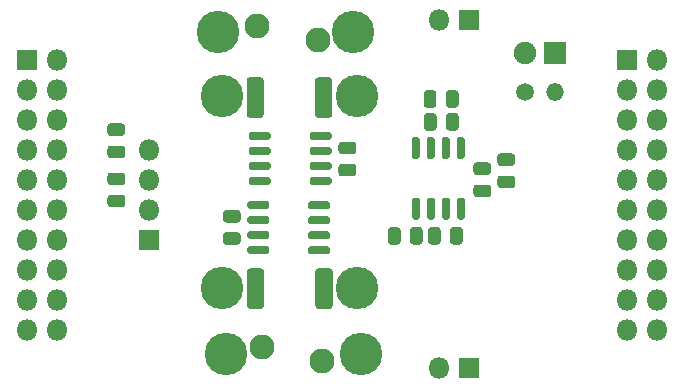
<source format=gbr>
%TF.GenerationSoftware,KiCad,Pcbnew,(5.1.6)-1*%
%TF.CreationDate,2020-06-17T00:43:54+01:00*%
%TF.ProjectId,peltier_driver_pcb,70656c74-6965-4725-9f64-72697665725f,rev?*%
%TF.SameCoordinates,Original*%
%TF.FileFunction,Soldermask,Top*%
%TF.FilePolarity,Negative*%
%FSLAX46Y46*%
G04 Gerber Fmt 4.6, Leading zero omitted, Abs format (unit mm)*
G04 Created by KiCad (PCBNEW (5.1.6)-1) date 2020-06-17 00:43:54*
%MOMM*%
%LPD*%
G01*
G04 APERTURE LIST*
%ADD10R,1.800000X1.800000*%
%ADD11O,1.800000X1.800000*%
%ADD12C,2.110000*%
%ADD13C,3.600000*%
%ADD14C,1.500000*%
%ADD15O,1.500000X1.500000*%
%ADD16R,1.900000X1.900000*%
%ADD17C,1.900000*%
G04 APERTURE END LIST*
D10*
%TO.C,J9*%
X109960000Y-58640000D03*
D11*
X112500000Y-58640000D03*
X109960000Y-61180000D03*
X112500000Y-61180000D03*
X109960000Y-63720000D03*
X112500000Y-63720000D03*
X109960000Y-66260000D03*
X112500000Y-66260000D03*
X109960000Y-68800000D03*
X112500000Y-68800000D03*
X109960000Y-71340000D03*
X112500000Y-71340000D03*
X109960000Y-73880000D03*
X112500000Y-73880000D03*
X109960000Y-76420000D03*
X112500000Y-76420000D03*
X109960000Y-78960000D03*
X112500000Y-78960000D03*
X109960000Y-81500000D03*
X112500000Y-81500000D03*
%TD*%
%TO.C,U1*%
X120298000Y-66246000D03*
X120298000Y-68786000D03*
X120298000Y-71326000D03*
D10*
X120298000Y-73866000D03*
%TD*%
%TO.C,U9*%
G36*
G01*
X135634200Y-74567399D02*
X135634200Y-74917399D01*
G75*
G02*
X135459200Y-75092399I-175000J0D01*
G01*
X133959200Y-75092399D01*
G75*
G02*
X133784200Y-74917399I0J175000D01*
G01*
X133784200Y-74567399D01*
G75*
G02*
X133959200Y-74392399I175000J0D01*
G01*
X135459200Y-74392399D01*
G75*
G02*
X135634200Y-74567399I0J-175000D01*
G01*
G37*
G36*
G01*
X135634200Y-73297399D02*
X135634200Y-73647399D01*
G75*
G02*
X135459200Y-73822399I-175000J0D01*
G01*
X133959200Y-73822399D01*
G75*
G02*
X133784200Y-73647399I0J175000D01*
G01*
X133784200Y-73297399D01*
G75*
G02*
X133959200Y-73122399I175000J0D01*
G01*
X135459200Y-73122399D01*
G75*
G02*
X135634200Y-73297399I0J-175000D01*
G01*
G37*
G36*
G01*
X135634200Y-72027399D02*
X135634200Y-72377399D01*
G75*
G02*
X135459200Y-72552399I-175000J0D01*
G01*
X133959200Y-72552399D01*
G75*
G02*
X133784200Y-72377399I0J175000D01*
G01*
X133784200Y-72027399D01*
G75*
G02*
X133959200Y-71852399I175000J0D01*
G01*
X135459200Y-71852399D01*
G75*
G02*
X135634200Y-72027399I0J-175000D01*
G01*
G37*
G36*
G01*
X135634200Y-70757399D02*
X135634200Y-71107399D01*
G75*
G02*
X135459200Y-71282399I-175000J0D01*
G01*
X133959200Y-71282399D01*
G75*
G02*
X133784200Y-71107399I0J175000D01*
G01*
X133784200Y-70757399D01*
G75*
G02*
X133959200Y-70582399I175000J0D01*
G01*
X135459200Y-70582399D01*
G75*
G02*
X135634200Y-70757399I0J-175000D01*
G01*
G37*
G36*
G01*
X130484200Y-70757399D02*
X130484200Y-71107399D01*
G75*
G02*
X130309200Y-71282399I-175000J0D01*
G01*
X128809200Y-71282399D01*
G75*
G02*
X128634200Y-71107399I0J175000D01*
G01*
X128634200Y-70757399D01*
G75*
G02*
X128809200Y-70582399I175000J0D01*
G01*
X130309200Y-70582399D01*
G75*
G02*
X130484200Y-70757399I0J-175000D01*
G01*
G37*
G36*
G01*
X130484200Y-72027399D02*
X130484200Y-72377399D01*
G75*
G02*
X130309200Y-72552399I-175000J0D01*
G01*
X128809200Y-72552399D01*
G75*
G02*
X128634200Y-72377399I0J175000D01*
G01*
X128634200Y-72027399D01*
G75*
G02*
X128809200Y-71852399I175000J0D01*
G01*
X130309200Y-71852399D01*
G75*
G02*
X130484200Y-72027399I0J-175000D01*
G01*
G37*
G36*
G01*
X130484200Y-73297399D02*
X130484200Y-73647399D01*
G75*
G02*
X130309200Y-73822399I-175000J0D01*
G01*
X128809200Y-73822399D01*
G75*
G02*
X128634200Y-73647399I0J175000D01*
G01*
X128634200Y-73297399D01*
G75*
G02*
X128809200Y-73122399I175000J0D01*
G01*
X130309200Y-73122399D01*
G75*
G02*
X130484200Y-73297399I0J-175000D01*
G01*
G37*
G36*
G01*
X130484200Y-74567399D02*
X130484200Y-74917399D01*
G75*
G02*
X130309200Y-75092399I-175000J0D01*
G01*
X128809200Y-75092399D01*
G75*
G02*
X128634200Y-74917399I0J175000D01*
G01*
X128634200Y-74567399D01*
G75*
G02*
X128809200Y-74392399I175000J0D01*
G01*
X130309200Y-74392399D01*
G75*
G02*
X130484200Y-74567399I0J-175000D01*
G01*
G37*
%TD*%
%TO.C,C6*%
G36*
G01*
X127788250Y-72402500D02*
X126825750Y-72402500D01*
G75*
G02*
X126557000Y-72133750I0J268750D01*
G01*
X126557000Y-71596250D01*
G75*
G02*
X126825750Y-71327500I268750J0D01*
G01*
X127788250Y-71327500D01*
G75*
G02*
X128057000Y-71596250I0J-268750D01*
G01*
X128057000Y-72133750D01*
G75*
G02*
X127788250Y-72402500I-268750J0D01*
G01*
G37*
G36*
G01*
X127788250Y-74277500D02*
X126825750Y-74277500D01*
G75*
G02*
X126557000Y-74008750I0J268750D01*
G01*
X126557000Y-73471250D01*
G75*
G02*
X126825750Y-73202500I268750J0D01*
G01*
X127788250Y-73202500D01*
G75*
G02*
X128057000Y-73471250I0J-268750D01*
G01*
X128057000Y-74008750D01*
G75*
G02*
X127788250Y-74277500I-268750J0D01*
G01*
G37*
%TD*%
D11*
%TO.C,J3*%
X144814000Y-84714000D03*
D10*
X147354000Y-84714000D03*
%TD*%
%TO.C,J10*%
X147354000Y-55250000D03*
D11*
X144814000Y-55250000D03*
%TD*%
%TO.C,R3*%
G36*
G01*
X148997250Y-68368500D02*
X148034750Y-68368500D01*
G75*
G02*
X147766000Y-68099750I0J268750D01*
G01*
X147766000Y-67562250D01*
G75*
G02*
X148034750Y-67293500I268750J0D01*
G01*
X148997250Y-67293500D01*
G75*
G02*
X149266000Y-67562250I0J-268750D01*
G01*
X149266000Y-68099750D01*
G75*
G02*
X148997250Y-68368500I-268750J0D01*
G01*
G37*
G36*
G01*
X148997250Y-70243500D02*
X148034750Y-70243500D01*
G75*
G02*
X147766000Y-69974750I0J268750D01*
G01*
X147766000Y-69437250D01*
G75*
G02*
X148034750Y-69168500I268750J0D01*
G01*
X148997250Y-69168500D01*
G75*
G02*
X149266000Y-69437250I0J-268750D01*
G01*
X149266000Y-69974750D01*
G75*
G02*
X148997250Y-70243500I-268750J0D01*
G01*
G37*
%TD*%
%TO.C,R5*%
G36*
G01*
X143914500Y-73997250D02*
X143914500Y-73034750D01*
G75*
G02*
X144183250Y-72766000I268750J0D01*
G01*
X144720750Y-72766000D01*
G75*
G02*
X144989500Y-73034750I0J-268750D01*
G01*
X144989500Y-73997250D01*
G75*
G02*
X144720750Y-74266000I-268750J0D01*
G01*
X144183250Y-74266000D01*
G75*
G02*
X143914500Y-73997250I0J268750D01*
G01*
G37*
G36*
G01*
X145789500Y-73997250D02*
X145789500Y-73034750D01*
G75*
G02*
X146058250Y-72766000I268750J0D01*
G01*
X146595750Y-72766000D01*
G75*
G02*
X146864500Y-73034750I0J-268750D01*
G01*
X146864500Y-73997250D01*
G75*
G02*
X146595750Y-74266000I-268750J0D01*
G01*
X146058250Y-74266000D01*
G75*
G02*
X145789500Y-73997250I0J268750D01*
G01*
G37*
%TD*%
%TO.C,R9*%
G36*
G01*
X151029250Y-69481500D02*
X150066750Y-69481500D01*
G75*
G02*
X149798000Y-69212750I0J268750D01*
G01*
X149798000Y-68675250D01*
G75*
G02*
X150066750Y-68406500I268750J0D01*
G01*
X151029250Y-68406500D01*
G75*
G02*
X151298000Y-68675250I0J-268750D01*
G01*
X151298000Y-69212750D01*
G75*
G02*
X151029250Y-69481500I-268750J0D01*
G01*
G37*
G36*
G01*
X151029250Y-67606500D02*
X150066750Y-67606500D01*
G75*
G02*
X149798000Y-67337750I0J268750D01*
G01*
X149798000Y-66800250D01*
G75*
G02*
X150066750Y-66531500I268750J0D01*
G01*
X151029250Y-66531500D01*
G75*
G02*
X151298000Y-66800250I0J-268750D01*
G01*
X151298000Y-67337750D01*
G75*
G02*
X151029250Y-67606500I-268750J0D01*
G01*
G37*
%TD*%
%TO.C,R4*%
G36*
G01*
X142390500Y-73997250D02*
X142390500Y-73034750D01*
G75*
G02*
X142659250Y-72766000I268750J0D01*
G01*
X143196750Y-72766000D01*
G75*
G02*
X143465500Y-73034750I0J-268750D01*
G01*
X143465500Y-73997250D01*
G75*
G02*
X143196750Y-74266000I-268750J0D01*
G01*
X142659250Y-74266000D01*
G75*
G02*
X142390500Y-73997250I0J268750D01*
G01*
G37*
G36*
G01*
X140515500Y-73997250D02*
X140515500Y-73034750D01*
G75*
G02*
X140784250Y-72766000I268750J0D01*
G01*
X141321750Y-72766000D01*
G75*
G02*
X141590500Y-73034750I0J-268750D01*
G01*
X141590500Y-73997250D01*
G75*
G02*
X141321750Y-74266000I-268750J0D01*
G01*
X140784250Y-74266000D01*
G75*
G02*
X140515500Y-73997250I0J268750D01*
G01*
G37*
%TD*%
%TO.C,R7*%
G36*
G01*
X144638500Y-63382750D02*
X144638500Y-64345250D01*
G75*
G02*
X144369750Y-64614000I-268750J0D01*
G01*
X143832250Y-64614000D01*
G75*
G02*
X143563500Y-64345250I0J268750D01*
G01*
X143563500Y-63382750D01*
G75*
G02*
X143832250Y-63114000I268750J0D01*
G01*
X144369750Y-63114000D01*
G75*
G02*
X144638500Y-63382750I0J-268750D01*
G01*
G37*
G36*
G01*
X146513500Y-63382750D02*
X146513500Y-64345250D01*
G75*
G02*
X146244750Y-64614000I-268750J0D01*
G01*
X145707250Y-64614000D01*
G75*
G02*
X145438500Y-64345250I0J268750D01*
G01*
X145438500Y-63382750D01*
G75*
G02*
X145707250Y-63114000I268750J0D01*
G01*
X146244750Y-63114000D01*
G75*
G02*
X146513500Y-63382750I0J-268750D01*
G01*
G37*
%TD*%
%TO.C,R8*%
G36*
G01*
X145433900Y-62414850D02*
X145433900Y-61452350D01*
G75*
G02*
X145702650Y-61183600I268750J0D01*
G01*
X146240150Y-61183600D01*
G75*
G02*
X146508900Y-61452350I0J-268750D01*
G01*
X146508900Y-62414850D01*
G75*
G02*
X146240150Y-62683600I-268750J0D01*
G01*
X145702650Y-62683600D01*
G75*
G02*
X145433900Y-62414850I0J268750D01*
G01*
G37*
G36*
G01*
X143558900Y-62414850D02*
X143558900Y-61452350D01*
G75*
G02*
X143827650Y-61183600I268750J0D01*
G01*
X144365150Y-61183600D01*
G75*
G02*
X144633900Y-61452350I0J-268750D01*
G01*
X144633900Y-62414850D01*
G75*
G02*
X144365150Y-62683600I-268750J0D01*
G01*
X143827650Y-62683600D01*
G75*
G02*
X143558900Y-62414850I0J268750D01*
G01*
G37*
%TD*%
%TO.C,U3*%
G36*
G01*
X143052200Y-72139200D02*
X142702200Y-72139200D01*
G75*
G02*
X142527200Y-71964200I0J175000D01*
G01*
X142527200Y-70464200D01*
G75*
G02*
X142702200Y-70289200I175000J0D01*
G01*
X143052200Y-70289200D01*
G75*
G02*
X143227200Y-70464200I0J-175000D01*
G01*
X143227200Y-71964200D01*
G75*
G02*
X143052200Y-72139200I-175000J0D01*
G01*
G37*
G36*
G01*
X144322200Y-72139200D02*
X143972200Y-72139200D01*
G75*
G02*
X143797200Y-71964200I0J175000D01*
G01*
X143797200Y-70464200D01*
G75*
G02*
X143972200Y-70289200I175000J0D01*
G01*
X144322200Y-70289200D01*
G75*
G02*
X144497200Y-70464200I0J-175000D01*
G01*
X144497200Y-71964200D01*
G75*
G02*
X144322200Y-72139200I-175000J0D01*
G01*
G37*
G36*
G01*
X145592200Y-72139200D02*
X145242200Y-72139200D01*
G75*
G02*
X145067200Y-71964200I0J175000D01*
G01*
X145067200Y-70464200D01*
G75*
G02*
X145242200Y-70289200I175000J0D01*
G01*
X145592200Y-70289200D01*
G75*
G02*
X145767200Y-70464200I0J-175000D01*
G01*
X145767200Y-71964200D01*
G75*
G02*
X145592200Y-72139200I-175000J0D01*
G01*
G37*
G36*
G01*
X146862200Y-72139200D02*
X146512200Y-72139200D01*
G75*
G02*
X146337200Y-71964200I0J175000D01*
G01*
X146337200Y-70464200D01*
G75*
G02*
X146512200Y-70289200I175000J0D01*
G01*
X146862200Y-70289200D01*
G75*
G02*
X147037200Y-70464200I0J-175000D01*
G01*
X147037200Y-71964200D01*
G75*
G02*
X146862200Y-72139200I-175000J0D01*
G01*
G37*
G36*
G01*
X146862200Y-66989200D02*
X146512200Y-66989200D01*
G75*
G02*
X146337200Y-66814200I0J175000D01*
G01*
X146337200Y-65314200D01*
G75*
G02*
X146512200Y-65139200I175000J0D01*
G01*
X146862200Y-65139200D01*
G75*
G02*
X147037200Y-65314200I0J-175000D01*
G01*
X147037200Y-66814200D01*
G75*
G02*
X146862200Y-66989200I-175000J0D01*
G01*
G37*
G36*
G01*
X145592200Y-66989200D02*
X145242200Y-66989200D01*
G75*
G02*
X145067200Y-66814200I0J175000D01*
G01*
X145067200Y-65314200D01*
G75*
G02*
X145242200Y-65139200I175000J0D01*
G01*
X145592200Y-65139200D01*
G75*
G02*
X145767200Y-65314200I0J-175000D01*
G01*
X145767200Y-66814200D01*
G75*
G02*
X145592200Y-66989200I-175000J0D01*
G01*
G37*
G36*
G01*
X144322200Y-66989200D02*
X143972200Y-66989200D01*
G75*
G02*
X143797200Y-66814200I0J175000D01*
G01*
X143797200Y-65314200D01*
G75*
G02*
X143972200Y-65139200I175000J0D01*
G01*
X144322200Y-65139200D01*
G75*
G02*
X144497200Y-65314200I0J-175000D01*
G01*
X144497200Y-66814200D01*
G75*
G02*
X144322200Y-66989200I-175000J0D01*
G01*
G37*
G36*
G01*
X143052200Y-66989200D02*
X142702200Y-66989200D01*
G75*
G02*
X142527200Y-66814200I0J175000D01*
G01*
X142527200Y-65314200D01*
G75*
G02*
X142702200Y-65139200I175000J0D01*
G01*
X143052200Y-65139200D01*
G75*
G02*
X143227200Y-65314200I0J-175000D01*
G01*
X143227200Y-66814200D01*
G75*
G02*
X143052200Y-66989200I-175000J0D01*
G01*
G37*
%TD*%
%TO.C,R14*%
G36*
G01*
X128584200Y-79442882D02*
X128584200Y-76529918D01*
G75*
G02*
X128852718Y-76261400I268518J0D01*
G01*
X129765682Y-76261400D01*
G75*
G02*
X130034200Y-76529918I0J-268518D01*
G01*
X130034200Y-79442882D01*
G75*
G02*
X129765682Y-79711400I-268518J0D01*
G01*
X128852718Y-79711400D01*
G75*
G02*
X128584200Y-79442882I0J268518D01*
G01*
G37*
G36*
G01*
X134384200Y-79442882D02*
X134384200Y-76529918D01*
G75*
G02*
X134652718Y-76261400I268518J0D01*
G01*
X135565682Y-76261400D01*
G75*
G02*
X135834200Y-76529918I0J-268518D01*
G01*
X135834200Y-79442882D01*
G75*
G02*
X135565682Y-79711400I-268518J0D01*
G01*
X134652718Y-79711400D01*
G75*
G02*
X134384200Y-79442882I0J268518D01*
G01*
G37*
%TD*%
%TO.C,R1*%
G36*
G01*
X118009250Y-69227500D02*
X117046750Y-69227500D01*
G75*
G02*
X116778000Y-68958750I0J268750D01*
G01*
X116778000Y-68421250D01*
G75*
G02*
X117046750Y-68152500I268750J0D01*
G01*
X118009250Y-68152500D01*
G75*
G02*
X118278000Y-68421250I0J-268750D01*
G01*
X118278000Y-68958750D01*
G75*
G02*
X118009250Y-69227500I-268750J0D01*
G01*
G37*
G36*
G01*
X118009250Y-71102500D02*
X117046750Y-71102500D01*
G75*
G02*
X116778000Y-70833750I0J268750D01*
G01*
X116778000Y-70296250D01*
G75*
G02*
X117046750Y-70027500I268750J0D01*
G01*
X118009250Y-70027500D01*
G75*
G02*
X118278000Y-70296250I0J-268750D01*
G01*
X118278000Y-70833750D01*
G75*
G02*
X118009250Y-71102500I-268750J0D01*
G01*
G37*
%TD*%
D12*
%TO.C,F1*%
X129466000Y-55736000D03*
X134566000Y-56936000D03*
%TD*%
%TO.C,F6*%
X134947000Y-84114000D03*
X129847000Y-82914000D03*
%TD*%
D13*
%TO.C,J1*%
X137594000Y-56244000D03*
%TD*%
%TO.C,J2*%
X126164000Y-56244000D03*
%TD*%
%TO.C,J4*%
X126470000Y-61688000D03*
%TD*%
%TO.C,J5*%
X137900000Y-61688000D03*
%TD*%
%TO.C,J21*%
X138229000Y-83549000D03*
%TD*%
%TO.C,J22*%
X126799000Y-83549000D03*
%TD*%
%TO.C,J25*%
X137900000Y-77944000D03*
%TD*%
%TO.C,J28*%
X126470000Y-77944000D03*
%TD*%
%TO.C,C1*%
G36*
G01*
X136604750Y-65536300D02*
X137567250Y-65536300D01*
G75*
G02*
X137836000Y-65805050I0J-268750D01*
G01*
X137836000Y-66342550D01*
G75*
G02*
X137567250Y-66611300I-268750J0D01*
G01*
X136604750Y-66611300D01*
G75*
G02*
X136336000Y-66342550I0J268750D01*
G01*
X136336000Y-65805050D01*
G75*
G02*
X136604750Y-65536300I268750J0D01*
G01*
G37*
G36*
G01*
X136604750Y-67411300D02*
X137567250Y-67411300D01*
G75*
G02*
X137836000Y-67680050I0J-268750D01*
G01*
X137836000Y-68217550D01*
G75*
G02*
X137567250Y-68486300I-268750J0D01*
G01*
X136604750Y-68486300D01*
G75*
G02*
X136336000Y-68217550I0J268750D01*
G01*
X136336000Y-67680050D01*
G75*
G02*
X136604750Y-67411300I268750J0D01*
G01*
G37*
%TD*%
%TO.C,R2*%
G36*
G01*
X117046750Y-63991500D02*
X118009250Y-63991500D01*
G75*
G02*
X118278000Y-64260250I0J-268750D01*
G01*
X118278000Y-64797750D01*
G75*
G02*
X118009250Y-65066500I-268750J0D01*
G01*
X117046750Y-65066500D01*
G75*
G02*
X116778000Y-64797750I0J268750D01*
G01*
X116778000Y-64260250D01*
G75*
G02*
X117046750Y-63991500I268750J0D01*
G01*
G37*
G36*
G01*
X117046750Y-65866500D02*
X118009250Y-65866500D01*
G75*
G02*
X118278000Y-66135250I0J-268750D01*
G01*
X118278000Y-66672750D01*
G75*
G02*
X118009250Y-66941500I-268750J0D01*
G01*
X117046750Y-66941500D01*
G75*
G02*
X116778000Y-66672750I0J268750D01*
G01*
X116778000Y-66135250D01*
G75*
G02*
X117046750Y-65866500I268750J0D01*
G01*
G37*
%TD*%
%TO.C,R6*%
G36*
G01*
X135808800Y-60350118D02*
X135808800Y-63263082D01*
G75*
G02*
X135540282Y-63531600I-268518J0D01*
G01*
X134627318Y-63531600D01*
G75*
G02*
X134358800Y-63263082I0J268518D01*
G01*
X134358800Y-60350118D01*
G75*
G02*
X134627318Y-60081600I268518J0D01*
G01*
X135540282Y-60081600D01*
G75*
G02*
X135808800Y-60350118I0J-268518D01*
G01*
G37*
G36*
G01*
X130008800Y-60350118D02*
X130008800Y-63263082D01*
G75*
G02*
X129740282Y-63531600I-268518J0D01*
G01*
X128827318Y-63531600D01*
G75*
G02*
X128558800Y-63263082I0J268518D01*
G01*
X128558800Y-60350118D01*
G75*
G02*
X128827318Y-60081600I268518J0D01*
G01*
X129740282Y-60081600D01*
G75*
G02*
X130008800Y-60350118I0J-268518D01*
G01*
G37*
%TD*%
%TO.C,U4*%
G36*
G01*
X128758800Y-65225601D02*
X128758800Y-64875601D01*
G75*
G02*
X128933800Y-64700601I175000J0D01*
G01*
X130433800Y-64700601D01*
G75*
G02*
X130608800Y-64875601I0J-175000D01*
G01*
X130608800Y-65225601D01*
G75*
G02*
X130433800Y-65400601I-175000J0D01*
G01*
X128933800Y-65400601D01*
G75*
G02*
X128758800Y-65225601I0J175000D01*
G01*
G37*
G36*
G01*
X128758800Y-66495601D02*
X128758800Y-66145601D01*
G75*
G02*
X128933800Y-65970601I175000J0D01*
G01*
X130433800Y-65970601D01*
G75*
G02*
X130608800Y-66145601I0J-175000D01*
G01*
X130608800Y-66495601D01*
G75*
G02*
X130433800Y-66670601I-175000J0D01*
G01*
X128933800Y-66670601D01*
G75*
G02*
X128758800Y-66495601I0J175000D01*
G01*
G37*
G36*
G01*
X128758800Y-67765601D02*
X128758800Y-67415601D01*
G75*
G02*
X128933800Y-67240601I175000J0D01*
G01*
X130433800Y-67240601D01*
G75*
G02*
X130608800Y-67415601I0J-175000D01*
G01*
X130608800Y-67765601D01*
G75*
G02*
X130433800Y-67940601I-175000J0D01*
G01*
X128933800Y-67940601D01*
G75*
G02*
X128758800Y-67765601I0J175000D01*
G01*
G37*
G36*
G01*
X128758800Y-69035601D02*
X128758800Y-68685601D01*
G75*
G02*
X128933800Y-68510601I175000J0D01*
G01*
X130433800Y-68510601D01*
G75*
G02*
X130608800Y-68685601I0J-175000D01*
G01*
X130608800Y-69035601D01*
G75*
G02*
X130433800Y-69210601I-175000J0D01*
G01*
X128933800Y-69210601D01*
G75*
G02*
X128758800Y-69035601I0J175000D01*
G01*
G37*
G36*
G01*
X133908800Y-69035601D02*
X133908800Y-68685601D01*
G75*
G02*
X134083800Y-68510601I175000J0D01*
G01*
X135583800Y-68510601D01*
G75*
G02*
X135758800Y-68685601I0J-175000D01*
G01*
X135758800Y-69035601D01*
G75*
G02*
X135583800Y-69210601I-175000J0D01*
G01*
X134083800Y-69210601D01*
G75*
G02*
X133908800Y-69035601I0J175000D01*
G01*
G37*
G36*
G01*
X133908800Y-67765601D02*
X133908800Y-67415601D01*
G75*
G02*
X134083800Y-67240601I175000J0D01*
G01*
X135583800Y-67240601D01*
G75*
G02*
X135758800Y-67415601I0J-175000D01*
G01*
X135758800Y-67765601D01*
G75*
G02*
X135583800Y-67940601I-175000J0D01*
G01*
X134083800Y-67940601D01*
G75*
G02*
X133908800Y-67765601I0J175000D01*
G01*
G37*
G36*
G01*
X133908800Y-66495601D02*
X133908800Y-66145601D01*
G75*
G02*
X134083800Y-65970601I175000J0D01*
G01*
X135583800Y-65970601D01*
G75*
G02*
X135758800Y-66145601I0J-175000D01*
G01*
X135758800Y-66495601D01*
G75*
G02*
X135583800Y-66670601I-175000J0D01*
G01*
X134083800Y-66670601D01*
G75*
G02*
X133908800Y-66495601I0J175000D01*
G01*
G37*
G36*
G01*
X133908800Y-65225601D02*
X133908800Y-64875601D01*
G75*
G02*
X134083800Y-64700601I175000J0D01*
G01*
X135583800Y-64700601D01*
G75*
G02*
X135758800Y-64875601I0J-175000D01*
G01*
X135758800Y-65225601D01*
G75*
G02*
X135583800Y-65400601I-175000J0D01*
G01*
X134083800Y-65400601D01*
G75*
G02*
X133908800Y-65225601I0J175000D01*
G01*
G37*
%TD*%
D10*
%TO.C,J6*%
X160760000Y-58640000D03*
D11*
X163300000Y-58640000D03*
X160760000Y-61180000D03*
X163300000Y-61180000D03*
X160760000Y-63720000D03*
X163300000Y-63720000D03*
X160760000Y-66260000D03*
X163300000Y-66260000D03*
X160760000Y-68800000D03*
X163300000Y-68800000D03*
X160760000Y-71340000D03*
X163300000Y-71340000D03*
X160760000Y-73880000D03*
X163300000Y-73880000D03*
X160760000Y-76420000D03*
X163300000Y-76420000D03*
X160760000Y-78960000D03*
X163300000Y-78960000D03*
X160760000Y-81500000D03*
X163300000Y-81500000D03*
%TD*%
D14*
%TO.C,R10*%
X152156000Y-61346000D03*
D15*
X154696000Y-61346000D03*
%TD*%
D16*
%TO.C,D1*%
X154690000Y-58000000D03*
D17*
X152150000Y-58000000D03*
%TD*%
M02*

</source>
